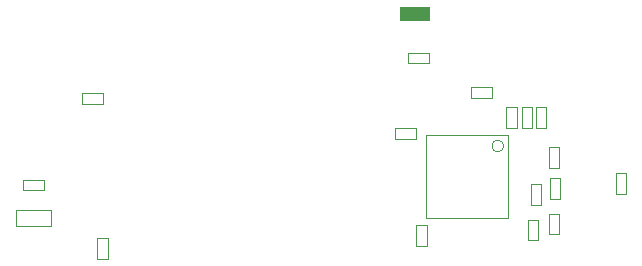
<source format=gbr>
G04*
G04 #@! TF.GenerationSoftware,Altium Limited,Altium Designer,20.2.6 (244)*
G04*
G04 Layer_Color=16711935*
%FSLAX44Y44*%
%MOMM*%
G71*
G04*
G04 #@! TF.SameCoordinates,0F27BA18-1C3A-4387-AE1D-EB8F93CB1518*
G04*
G04*
G04 #@! TF.FilePolarity,Positive*
G04*
G01*
G75*
%ADD57C,0.1000*%
%ADD58R,2.5400X1.2700*%
D57*
X2496000Y1722000D02*
G03*
X2496000Y1722000I-5000J0D01*
G01*
X2534250Y1664750D02*
X2543000D01*
X2534250Y1647250D02*
X2543000D01*
X2534250D02*
Y1664750D01*
X2543000Y1647250D02*
Y1664750D01*
X2535000Y1677250D02*
X2543750D01*
X2535000Y1694750D02*
X2543750D01*
Y1677250D02*
Y1694750D01*
X2535000Y1677250D02*
Y1694750D01*
X2485750Y1763000D02*
Y1771750D01*
X2468250Y1763000D02*
Y1771750D01*
X2485750D01*
X2468250Y1763000D02*
X2485750D01*
X2432750Y1792000D02*
Y1800750D01*
X2415250Y1792000D02*
Y1800750D01*
X2432750D01*
X2415250Y1792000D02*
X2432750D01*
X2534250Y1720750D02*
X2543000D01*
X2534250Y1703250D02*
X2543000D01*
X2534250D02*
Y1720750D01*
X2543000Y1703250D02*
Y1720750D01*
X2523250Y1754750D02*
X2532000D01*
X2523250Y1737250D02*
X2532000D01*
X2523250D02*
Y1754750D01*
X2532000Y1737250D02*
Y1754750D01*
X2152000Y1626250D02*
X2160750D01*
X2152000Y1643750D02*
X2160750D01*
Y1626250D02*
Y1643750D01*
X2152000Y1626250D02*
Y1643750D01*
X2156750Y1757931D02*
Y1766681D01*
X2139250Y1757931D02*
Y1766681D01*
X2156750D01*
X2139250Y1757931D02*
X2156750D01*
X2519250Y1689750D02*
X2528000D01*
X2519250Y1672250D02*
X2528000D01*
X2519250D02*
Y1689750D01*
X2528000Y1672250D02*
Y1689750D01*
X2498250Y1754750D02*
X2507000D01*
X2498250Y1737250D02*
X2507000D01*
X2498250D02*
Y1754750D01*
X2507000Y1737250D02*
Y1754750D01*
X2422000Y1637250D02*
X2430750D01*
X2422000Y1654750D02*
X2430750D01*
Y1637250D02*
Y1654750D01*
X2422000Y1637250D02*
Y1654750D01*
X2511250Y1754750D02*
X2520000D01*
X2511250Y1737250D02*
X2520000D01*
X2511250D02*
Y1754750D01*
X2520000Y1737250D02*
Y1754750D01*
X2500000Y1661000D02*
Y1731000D01*
X2430000Y1661000D02*
Y1731000D01*
X2500000D01*
X2430000Y1661000D02*
X2500000D01*
X2591000Y1681250D02*
X2599750D01*
X2591000Y1698750D02*
X2599750D01*
Y1681250D02*
Y1698750D01*
X2591000Y1681250D02*
Y1698750D01*
X2516250Y1659750D02*
X2525000D01*
X2516250Y1642250D02*
X2525000D01*
X2516250D02*
Y1659750D01*
X2525000Y1642250D02*
Y1659750D01*
X2404250Y1728250D02*
Y1737000D01*
X2421750Y1728250D02*
Y1737000D01*
X2404250Y1728250D02*
X2421750D01*
X2404250Y1737000D02*
X2421750D01*
X2113000Y1654000D02*
Y1668000D01*
X2083000Y1654000D02*
Y1668000D01*
Y1654000D02*
X2113000D01*
X2083000Y1668000D02*
X2113000D01*
X2089250Y1684792D02*
Y1693542D01*
X2106750Y1684792D02*
Y1693542D01*
X2089250Y1684792D02*
X2106750D01*
X2089250Y1693542D02*
X2106750D01*
D58*
X2421180Y1833890D02*
D03*
M02*

</source>
